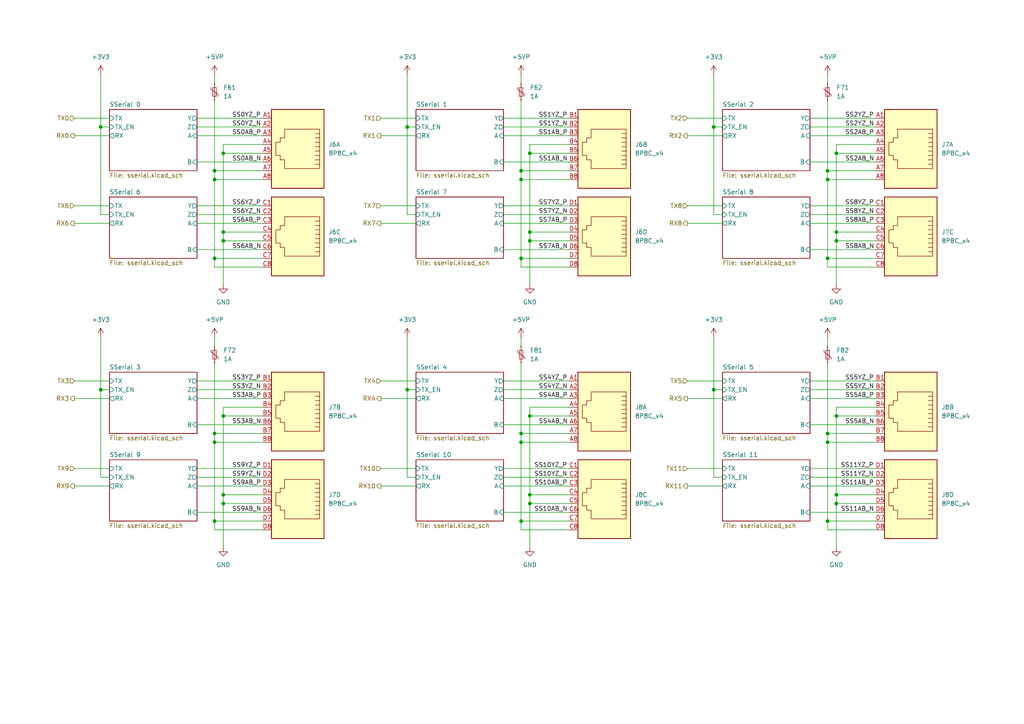
<source format=kicad_sch>
(kicad_sch (version 20250114) (generator "eeschema") (generator_version "9.0")
  (paper "A4")
  (lib_symbols
    (symbol "Device:Polyfuse_Small" (pin_numbers (hide yes)) (pin_names (offset 0))
      (property "Reference" "F" (at -1.905 0 90))
      (property "Value" "Polyfuse_Small" (at 1.905 0 90))
      (symbol "Polyfuse_Small_0_1"
        (polyline (pts (xy -1.016 1.27) (xy -1.016 0.762) (xy 1.016 -0.762) (xy 1.016 -1.27)))
        (rectangle (start -0.508 1.27) (end 0.508 -1.27))
        (polyline (pts (xy 0 2.54) (xy 0 -2.54)))
      )
      (symbol "Polyfuse_Small_1_1"
        (pin passive line (at 0 2.54 270) (length 0.635) (name "~") (number "1"))
        (pin passive line (at 0 -2.54 90) (length 0.635) (name "~") (number "2"))
      )
    )
    (symbol "power:+3V3" (power) (pin_numbers (hide yes)) (pin_names (offset 0) (hide yes))
      (property "Value" "+3V3" (at 0 3.556 0))
      (symbol "+3V3_0_1"
        (polyline (pts (xy -0.762 1.27) (xy 0 2.54)))
        (polyline (pts (xy 0 2.54) (xy 0.762 1.27)))
        (polyline (pts (xy 0 0) (xy 0 2.54)))
      )
      (symbol "+3V3_1_1"
        (pin power_in line (at 0 0 90) (length 0) (name "~") (number "1"))
      )
    )
    (symbol "power:+5VP" (power) (pin_numbers (hide yes)) (pin_names (offset 0) (hide yes))
      (property "Value" "+5VP" (at 0 3.556 0))
      (symbol "+5VP_0_1"
        (polyline (pts (xy -0.762 1.27) (xy 0 2.54)))
        (polyline (pts (xy 0 2.54) (xy 0.762 1.27)))
        (polyline (pts (xy 0 0) (xy 0 2.54)))
      )
      (symbol "+5VP_1_1"
        (pin power_in line (at 0 0 90) (length 0) (name "~") (number "1"))
      )
    )
    (symbol "power:GND" (power) (pin_numbers (hide yes)) (pin_names (offset 0) (hide yes))
      (property "Value" "GND" (at 0 -3.81 0))
      (symbol "GND_0_1"
        (polyline (pts (xy 0 0) (xy 0 -1.27) (xy 1.27 -1.27) (xy 0 -2.54) (xy -1.27 -1.27) (xy 0 -1.27)))
      )
      (symbol "GND_1_1"
        (pin power_in line (at 0 0 270) (length 0) (name "~") (number "1"))
      )
    )
    (symbol "stmbl-fpga-master:8P8C_x4"
      (property "Reference" "J" (at -5.08 13.97 0))
      (property "Value" "8P8C_x4" (at 1.27 13.97 0))
      (symbol "8P8C_x4_0_1"
        (rectangle (start -7.62 12.7) (end 7.62 -10.16) (stroke (width 0.254)) (fill (type background)))
        (polyline (pts (xy -6.35 1.905) (xy -5.08 1.905) (xy -5.08 1.905)))
        (polyline (pts (xy -6.35 0.635) (xy -5.08 0.635) (xy -5.08 0.635)))
        (polyline (pts (xy -6.35 -0.635) (xy -5.08 -0.635) (xy -5.08 -0.635)))
        (polyline (pts (xy -6.35 -1.905) (xy -5.08 -1.905) (xy -5.08 -1.905)))
        (polyline (pts (xy -6.35 -3.175) (xy -5.08 -3.175) (xy -5.08 -3.175)))
        (polyline (pts (xy -6.35 -4.445) (xy -6.35 6.985) (xy 3.81 6.985) (xy 3.81 4.445) (xy 5.08 4.445) (xy 5.08 3.175) (xy 6.35 3.175) (xy 6.35 -0.635) (xy 5.08 -0.635) (xy 5.08 -1.905) (xy 3.81 -1.905) (xy 3.81 -4.445) (xy -6.35 -4.445) (xy -6.35 -4.445)))
        (polyline (pts (xy -5.08 5.715) (xy -6.35 5.715)))
        (polyline (pts (xy -5.08 4.445) (xy -6.35 4.445)))
        (polyline (pts (xy -5.08 3.175) (xy -6.35 3.175) (xy -6.35 3.175)))
      )
      (symbol "8P8C_x4_1_1"
        (pin passive line (at 10.16 10.16 180) (length 2.54) (name "~") (number "A8"))
        (pin passive line (at 10.16 7.62 180) (length 2.54) (name "~") (number "A7"))
        (pin passive line (at 10.16 5.08 180) (length 2.54) (name "~") (number "A6"))
        (pin passive line (at 10.16 2.54 180) (length 2.54) (name "~") (number "A5"))
        (pin passive line (at 10.16 0 180) (length 2.54) (name "~") (number "A4"))
        (pin passive line (at 10.16 -2.54 180) (length 2.54) (name "~") (number "A3"))
        (pin passive line (at 10.16 -5.08 180) (length 2.54) (name "~") (number "A2"))
        (pin passive line (at 10.16 -7.62 180) (length 2.54) (name "~") (number "A1"))
      )
      (symbol "8P8C_x4_2_1"
        (pin passive line (at 10.16 10.16 180) (length 2.54) (name "~") (number "B8"))
        (pin passive line (at 10.16 7.62 180) (length 2.54) (name "~") (number "B7"))
        (pin passive line (at 10.16 5.08 180) (length 2.54) (name "~") (number "B6"))
        (pin passive line (at 10.16 2.54 180) (length 2.54) (name "~") (number "B5"))
        (pin passive line (at 10.16 0 180) (length 2.54) (name "~") (number "B4"))
        (pin passive line (at 10.16 -2.54 180) (length 2.54) (name "~") (number "B3"))
        (pin passive line (at 10.16 -5.08 180) (length 2.54) (name "~") (number "B2"))
        (pin passive line (at 10.16 -7.62 180) (length 2.54) (name "~") (number "B1"))
      )
      (symbol "8P8C_x4_3_1"
        (pin passive line (at 10.16 10.16 180) (length 2.54) (name "~") (number "C8"))
        (pin passive line (at 10.16 7.62 180) (length 2.54) (name "~") (number "C7"))
        (pin passive line (at 10.16 5.08 180) (length 2.54) (name "~") (number "C6"))
        (pin passive line (at 10.16 2.54 180) (length 2.54) (name "~") (number "C5"))
        (pin passive line (at 10.16 0 180) (length 2.54) (name "~") (number "C4"))
        (pin passive line (at 10.16 -2.54 180) (length 2.54) (name "~") (number "C3"))
        (pin passive line (at 10.16 -5.08 180) (length 2.54) (name "~") (number "C2"))
        (pin passive line (at 10.16 -7.62 180) (length 2.54) (name "~") (number "C1"))
      )
      (symbol "8P8C_x4_4_1"
        (pin passive line (at 10.16 10.16 180) (length 2.54) (name "~") (number "D8"))
        (pin passive line (at 10.16 7.62 180) (length 2.54) (name "~") (number "D7"))
        (pin passive line (at 10.16 5.08 180) (length 2.54) (name "~") (number "D6"))
        (pin passive line (at 10.16 2.54 180) (length 2.54) (name "~") (number "D5"))
        (pin passive line (at 10.16 0 180) (length 2.54) (name "~") (number "D4"))
        (pin passive line (at 10.16 -2.54 180) (length 2.54) (name "~") (number "D3"))
        (pin passive line (at 10.16 -5.08 180) (length 2.54) (name "~") (number "D2"))
        (pin passive line (at 10.16 -7.62 180) (length 2.54) (name "~") (number "D1"))
      )
    )
  )
  (junction (at 64.77 69.85))
  (junction (at 242.57 67.31))
  (junction (at 62.23 49.53))
  (junction (at 62.23 74.93))
  (junction (at 151.13 151.13))
  (junction (at 151.13 125.73))
  (junction (at 153.67 69.85))
  (junction (at 64.77 44.45))
  (junction (at 151.13 52.07))
  (junction (at 153.67 120.65))
  (junction (at 62.23 151.13))
  (junction (at 64.77 146.05))
  (junction (at 242.57 143.51))
  (junction (at 64.77 67.31))
  (junction (at 29.21 113.03))
  (junction (at 153.67 143.51))
  (junction (at 240.03 52.07))
  (junction (at 153.67 44.45))
  (junction (at 64.77 143.51))
  (junction (at 29.21 36.83))
  (junction (at 151.13 49.53))
  (junction (at 62.23 125.73))
  (junction (at 242.57 120.65))
  (junction (at 151.13 128.27))
  (junction (at 153.67 146.05))
  (junction (at 153.67 67.31))
  (junction (at 240.03 74.93))
  (junction (at 207.01 36.83))
  (junction (at 240.03 49.53))
  (junction (at 64.77 120.65))
  (junction (at 118.11 113.03))
  (junction (at 207.01 113.03))
  (junction (at 242.57 44.45))
  (junction (at 242.57 146.05))
  (junction (at 240.03 128.27))
  (junction (at 240.03 151.13))
  (junction (at 242.57 69.85))
  (junction (at 151.13 74.93))
  (junction (at 118.11 36.83))
  (junction (at 62.23 52.07))
  (junction (at 62.23 128.27))
  (junction (at 240.03 125.73))
  (wire (pts (xy 29.21 62.23) (xy 29.21 36.83)))
  (wire (pts (xy 199.39 140.97) (xy 209.55 140.97)))
  (wire (pts (xy 153.67 41.91) (xy 153.67 44.45)))
  (wire (pts (xy 234.95 138.43) (xy 254 138.43)))
  (wire (pts (xy 21.59 110.49) (xy 31.75 110.49)))
  (wire (pts (xy 146.05 62.23) (xy 165.1 62.23)))
  (wire (pts (xy 62.23 21.59) (xy 62.23 24.13)))
  (wire (pts (xy 62.23 128.27) (xy 62.23 125.73)))
  (wire (pts (xy 254 128.27) (xy 240.03 128.27)))
  (wire (pts (xy 120.65 138.43) (xy 118.11 138.43)))
  (wire (pts (xy 207.01 113.03) (xy 209.55 113.03)))
  (wire (pts (xy 76.2 128.27) (xy 62.23 128.27)))
  (wire (pts (xy 62.23 97.79) (xy 62.23 100.33)))
  (wire (pts (xy 234.95 36.83) (xy 254 36.83)))
  (wire (pts (xy 57.15 110.49) (xy 76.2 110.49)))
  (wire (pts (xy 242.57 67.31) (xy 242.57 69.85)))
  (wire (pts (xy 207.01 97.79) (xy 207.01 113.03)))
  (wire (pts (xy 153.67 44.45) (xy 165.1 44.45)))
  (wire (pts (xy 254 77.47) (xy 240.03 77.47)))
  (wire (pts (xy 151.13 105.41) (xy 151.13 125.73)))
  (wire (pts (xy 234.95 115.57) (xy 254 115.57)))
  (wire (pts (xy 242.57 120.65) (xy 254 120.65)))
  (wire (pts (xy 234.95 59.69) (xy 254 59.69)))
  (wire (pts (xy 151.13 151.13) (xy 165.1 151.13)))
  (wire (pts (xy 240.03 105.41) (xy 240.03 125.73)))
  (wire (pts (xy 64.77 143.51) (xy 64.77 146.05)))
  (wire (pts (xy 240.03 128.27) (xy 240.03 151.13)))
  (wire (pts (xy 242.57 146.05) (xy 254 146.05)))
  (wire (pts (xy 21.59 34.29) (xy 31.75 34.29)))
  (wire (pts (xy 57.15 36.83) (xy 76.2 36.83)))
  (wire (pts (xy 110.49 34.29) (xy 120.65 34.29)))
  (wire (pts (xy 199.39 110.49) (xy 209.55 110.49)))
  (wire (pts (xy 57.15 138.43) (xy 76.2 138.43)))
  (wire (pts (xy 118.11 113.03) (xy 120.65 113.03)))
  (wire (pts (xy 120.65 62.23) (xy 118.11 62.23)))
  (wire (pts (xy 199.39 39.37) (xy 209.55 39.37)))
  (wire (pts (xy 153.67 143.51) (xy 165.1 143.51)))
  (wire (pts (xy 234.95 62.23) (xy 254 62.23)))
  (wire (pts (xy 146.05 72.39) (xy 165.1 72.39)))
  (wire (pts (xy 64.77 69.85) (xy 76.2 69.85)))
  (wire (pts (xy 57.15 140.97) (xy 76.2 140.97)))
  (wire (pts (xy 234.95 113.03) (xy 254 113.03)))
  (wire (pts (xy 234.95 46.99) (xy 254 46.99)))
  (wire (pts (xy 64.77 118.11) (xy 64.77 120.65)))
  (wire (pts (xy 165.1 128.27) (xy 151.13 128.27)))
  (wire (pts (xy 110.49 140.97) (xy 120.65 140.97)))
  (wire (pts (xy 254 41.91) (xy 242.57 41.91)))
  (wire (pts (xy 57.15 113.03) (xy 76.2 113.03)))
  (wire (pts (xy 21.59 59.69) (xy 31.75 59.69)))
  (wire (pts (xy 151.13 128.27) (xy 151.13 151.13)))
  (wire (pts (xy 62.23 125.73) (xy 76.2 125.73)))
  (wire (pts (xy 165.1 41.91) (xy 153.67 41.91)))
  (wire (pts (xy 29.21 113.03) (xy 31.75 113.03)))
  (wire (pts (xy 242.57 143.51) (xy 242.57 146.05)))
  (wire (pts (xy 21.59 64.77) (xy 31.75 64.77)))
  (wire (pts (xy 240.03 74.93) (xy 254 74.93)))
  (wire (pts (xy 118.11 36.83) (xy 120.65 36.83)))
  (wire (pts (xy 21.59 115.57) (xy 31.75 115.57)))
  (wire (pts (xy 242.57 69.85) (xy 242.57 82.55)))
  (wire (pts (xy 146.05 123.19) (xy 165.1 123.19)))
  (wire (pts (xy 151.13 151.13) (xy 151.13 153.67)))
  (wire (pts (xy 64.77 67.31) (xy 76.2 67.31)))
  (wire (pts (xy 29.21 138.43) (xy 29.21 113.03)))
  (wire (pts (xy 199.39 59.69) (xy 209.55 59.69)))
  (wire (pts (xy 242.57 143.51) (xy 254 143.51)))
  (wire (pts (xy 76.2 118.11) (xy 64.77 118.11)))
  (wire (pts (xy 209.55 62.23) (xy 207.01 62.23)))
  (wire (pts (xy 153.67 146.05) (xy 153.67 158.75)))
  (wire (pts (xy 146.05 115.57) (xy 165.1 115.57)))
  (wire (pts (xy 153.67 44.45) (xy 153.67 67.31)))
  (wire (pts (xy 240.03 128.27) (xy 240.03 125.73)))
  (wire (pts (xy 165.1 118.11) (xy 153.67 118.11)))
  (wire (pts (xy 240.03 52.07) (xy 240.03 74.93)))
  (wire (pts (xy 57.15 59.69) (xy 76.2 59.69)))
  (wire (pts (xy 76.2 153.67) (xy 62.23 153.67)))
  (wire (pts (xy 62.23 105.41) (xy 62.23 125.73)))
  (wire (pts (xy 240.03 125.73) (xy 254 125.73)))
  (wire (pts (xy 242.57 120.65) (xy 242.57 143.51)))
  (wire (pts (xy 151.13 29.21) (xy 151.13 49.53)))
  (wire (pts (xy 146.05 39.37) (xy 165.1 39.37)))
  (wire (pts (xy 234.95 72.39) (xy 254 72.39)))
  (wire (pts (xy 57.15 115.57) (xy 76.2 115.57)))
  (wire (pts (xy 151.13 128.27) (xy 151.13 125.73)))
  (wire (pts (xy 64.77 146.05) (xy 76.2 146.05)))
  (wire (pts (xy 64.77 44.45) (xy 64.77 67.31)))
  (wire (pts (xy 57.15 135.89) (xy 76.2 135.89)))
  (wire (pts (xy 254 52.07) (xy 240.03 52.07)))
  (wire (pts (xy 62.23 52.07) (xy 62.23 74.93)))
  (wire (pts (xy 21.59 140.97) (xy 31.75 140.97)))
  (wire (pts (xy 234.95 64.77) (xy 254 64.77)))
  (wire (pts (xy 234.95 140.97) (xy 254 140.97)))
  (wire (pts (xy 242.57 41.91) (xy 242.57 44.45)))
  (wire (pts (xy 209.55 138.43) (xy 207.01 138.43)))
  (wire (pts (xy 242.57 44.45) (xy 254 44.45)))
  (wire (pts (xy 151.13 52.07) (xy 151.13 74.93)))
  (wire (pts (xy 146.05 59.69) (xy 165.1 59.69)))
  (wire (pts (xy 62.23 151.13) (xy 76.2 151.13)))
  (wire (pts (xy 240.03 151.13) (xy 240.03 153.67)))
  (wire (pts (xy 153.67 67.31) (xy 153.67 69.85)))
  (wire (pts (xy 234.95 148.59) (xy 254 148.59)))
  (wire (pts (xy 234.95 34.29) (xy 254 34.29)))
  (wire (pts (xy 57.15 123.19) (xy 76.2 123.19)))
  (wire (pts (xy 62.23 151.13) (xy 62.23 153.67)))
  (wire (pts (xy 240.03 49.53) (xy 254 49.53)))
  (wire (pts (xy 146.05 135.89) (xy 165.1 135.89)))
  (wire (pts (xy 199.39 64.77) (xy 209.55 64.77)))
  (wire (pts (xy 57.15 39.37) (xy 76.2 39.37)))
  (wire (pts (xy 57.15 62.23) (xy 76.2 62.23)))
  (wire (pts (xy 29.21 36.83) (xy 31.75 36.83)))
  (wire (pts (xy 64.77 67.31) (xy 64.77 69.85)))
  (wire (pts (xy 146.05 36.83) (xy 165.1 36.83)))
  (wire (pts (xy 31.75 62.23) (xy 29.21 62.23)))
  (wire (pts (xy 64.77 146.05) (xy 64.77 158.75)))
  (wire (pts (xy 207.01 62.23) (xy 207.01 36.83)))
  (wire (pts (xy 31.75 138.43) (xy 29.21 138.43)))
  (wire (pts (xy 165.1 153.67) (xy 151.13 153.67)))
  (wire (pts (xy 199.39 34.29) (xy 209.55 34.29)))
  (wire (pts (xy 64.77 69.85) (xy 64.77 82.55)))
  (wire (pts (xy 62.23 74.93) (xy 62.23 77.47)))
  (wire (pts (xy 62.23 128.27) (xy 62.23 151.13)))
  (wire (pts (xy 64.77 120.65) (xy 76.2 120.65)))
  (wire (pts (xy 165.1 77.47) (xy 151.13 77.47)))
  (wire (pts (xy 240.03 74.93) (xy 240.03 77.47)))
  (wire (pts (xy 146.05 138.43) (xy 165.1 138.43)))
  (wire (pts (xy 234.95 123.19) (xy 254 123.19)))
  (wire (pts (xy 151.13 49.53) (xy 165.1 49.53)))
  (wire (pts (xy 110.49 135.89) (xy 120.65 135.89)))
  (wire (pts (xy 62.23 74.93) (xy 76.2 74.93)))
  (wire (pts (xy 151.13 97.79) (xy 151.13 100.33)))
  (wire (pts (xy 234.95 110.49) (xy 254 110.49)))
  (wire (pts (xy 199.39 115.57) (xy 209.55 115.57)))
  (wire (pts (xy 110.49 64.77) (xy 120.65 64.77)))
  (wire (pts (xy 64.77 143.51) (xy 76.2 143.51)))
  (wire (pts (xy 207.01 21.59) (xy 207.01 36.83)))
  (wire (pts (xy 153.67 67.31) (xy 165.1 67.31)))
  (wire (pts (xy 254 153.67) (xy 240.03 153.67)))
  (wire (pts (xy 153.67 69.85) (xy 165.1 69.85)))
  (wire (pts (xy 57.15 34.29) (xy 76.2 34.29)))
  (wire (pts (xy 242.57 146.05) (xy 242.57 158.75)))
  (wire (pts (xy 207.01 36.83) (xy 209.55 36.83)))
  (wire (pts (xy 118.11 138.43) (xy 118.11 113.03)))
  (wire (pts (xy 76.2 77.47) (xy 62.23 77.47)))
  (wire (pts (xy 110.49 39.37) (xy 120.65 39.37)))
  (wire (pts (xy 64.77 44.45) (xy 76.2 44.45)))
  (wire (pts (xy 151.13 21.59) (xy 151.13 24.13)))
  (wire (pts (xy 110.49 110.49) (xy 120.65 110.49)))
  (wire (pts (xy 118.11 97.79) (xy 118.11 113.03)))
  (wire (pts (xy 240.03 21.59) (xy 240.03 24.13)))
  (wire (pts (xy 240.03 97.79) (xy 240.03 100.33)))
  (wire (pts (xy 62.23 49.53) (xy 76.2 49.53)))
  (wire (pts (xy 254 118.11) (xy 242.57 118.11)))
  (wire (pts (xy 199.39 135.89) (xy 209.55 135.89)))
  (wire (pts (xy 57.15 64.77) (xy 76.2 64.77)))
  (wire (pts (xy 153.67 146.05) (xy 165.1 146.05)))
  (wire (pts (xy 118.11 21.59) (xy 118.11 36.83)))
  (wire (pts (xy 153.67 120.65) (xy 165.1 120.65)))
  (wire (pts (xy 234.95 135.89) (xy 254 135.89)))
  (wire (pts (xy 240.03 151.13) (xy 254 151.13)))
  (wire (pts (xy 76.2 52.07) (xy 62.23 52.07)))
  (wire (pts (xy 57.15 46.99) (xy 76.2 46.99)))
  (wire (pts (xy 234.95 39.37) (xy 254 39.37)))
  (wire (pts (xy 21.59 135.89) (xy 31.75 135.89)))
  (wire (pts (xy 207.01 138.43) (xy 207.01 113.03)))
  (wire (pts (xy 146.05 110.49) (xy 165.1 110.49)))
  (wire (pts (xy 146.05 113.03) (xy 165.1 113.03)))
  (wire (pts (xy 21.59 39.37) (xy 31.75 39.37)))
  (wire (pts (xy 146.05 64.77) (xy 165.1 64.77)))
  (wire (pts (xy 64.77 41.91) (xy 64.77 44.45)))
  (wire (pts (xy 151.13 125.73) (xy 165.1 125.73)))
  (wire (pts (xy 57.15 148.59) (xy 76.2 148.59)))
  (wire (pts (xy 62.23 29.21) (xy 62.23 49.53)))
  (wire (pts (xy 153.67 118.11) (xy 153.67 120.65)))
  (wire (pts (xy 240.03 29.21) (xy 240.03 49.53)))
  (wire (pts (xy 110.49 59.69) (xy 120.65 59.69)))
  (wire (pts (xy 29.21 97.79) (xy 29.21 113.03)))
  (wire (pts (xy 153.67 120.65) (xy 153.67 143.51)))
  (wire (pts (xy 64.77 120.65) (xy 64.77 143.51)))
  (wire (pts (xy 242.57 118.11) (xy 242.57 120.65)))
  (wire (pts (xy 62.23 52.07) (xy 62.23 49.53)))
  (wire (pts (xy 165.1 52.07) (xy 151.13 52.07)))
  (wire (pts (xy 242.57 44.45) (xy 242.57 67.31)))
  (wire (pts (xy 57.15 72.39) (xy 76.2 72.39)))
  (wire (pts (xy 146.05 34.29) (xy 165.1 34.29)))
  (wire (pts (xy 153.67 69.85) (xy 153.67 82.55)))
  (wire (pts (xy 29.21 21.59) (xy 29.21 36.83)))
  (wire (pts (xy 153.67 143.51) (xy 153.67 146.05)))
  (wire (pts (xy 151.13 74.93) (xy 151.13 77.47)))
  (wire (pts (xy 242.57 67.31) (xy 254 67.31)))
  (wire (pts (xy 110.49 115.57) (xy 120.65 115.57)))
  (wire (pts (xy 76.2 41.91) (xy 64.77 41.91)))
  (wire (pts (xy 146.05 148.59) (xy 165.1 148.59)))
  (wire (pts (xy 118.11 62.23) (xy 118.11 36.83)))
  (wire (pts (xy 151.13 52.07) (xy 151.13 49.53)))
  (wire (pts (xy 146.05 46.99) (xy 165.1 46.99)))
  (wire (pts (xy 146.05 140.97) (xy 165.1 140.97)))
  (wire (pts (xy 151.13 74.93) (xy 165.1 74.93)))
  (wire (pts (xy 240.03 52.07) (xy 240.03 49.53)))
  (wire (pts (xy 242.57 69.85) (xy 254 69.85)))
  (label "SS9AB_P" (at 67.31 140.97 0))
  (label "SS0YZ_P" (at 67.31 34.29 0))
  (label "SS5YZ_P" (at 245.11 110.49 0))
  (label "SS9YZ_P" (at 67.31 135.89 0))
  (label "SS10YZ_P" (at 154.94 135.89 0))
  (label "SS7AB_P" (at 156.21 64.77 0))
  (label "SS3AB_P" (at 67.31 115.57 0))
  (label "SS7AB_N" (at 156.21 72.39 0))
  (label "SS1AB_P" (at 156.21 39.37 0))
  (label "SS7YZ_P" (at 156.21 59.69 0))
  (label "SS8AB_P" (at 245.11 64.77 0))
  (label "SS8YZ_P" (at 245.11 59.69 0))
  (label "SS11AB_P" (at 243.84 140.97 0))
  (label "SS8YZ_N" (at 245.11 62.23 0))
  (label "SS0AB_P" (at 67.31 39.37 0))
  (label "SS4YZ_P" (at 156.21 110.49 0))
  (label "SS9AB_N" (at 67.31 148.59 0))
  (label "SS2AB_P" (at 245.11 39.37 0))
  (label "SS5AB_N" (at 245.11 123.19 0))
  (label "SS10YZ_N" (at 154.94 138.43 0))
  (label "SS10AB_N" (at 154.94 148.59 0))
  (label "SS11AB_N" (at 243.84 148.59 0))
  (label "SS6AB_P" (at 67.31 64.77 0))
  (label "SS5AB_P" (at 245.11 115.57 0))
  (label "SS8AB_N" (at 245.11 72.39 0))
  (label "SS11YZ_P" (at 243.84 135.89 0))
  (label "SS6YZ_P" (at 67.31 59.69 0))
  (label "SS6YZ_N" (at 67.31 62.23 0))
  (label "SS11YZ_N" (at 243.84 138.43 0))
  (label "SS5YZ_N" (at 245.11 113.03 0))
  (label "SS3AB_N" (at 67.31 123.19 0))
  (label "SS0AB_N" (at 67.31 46.99 0))
  (label "SS10AB_P" (at 154.94 140.97 0))
  (label "SS2YZ_N" (at 245.11 36.83 0))
  (label "SS2YZ_P" (at 245.11 34.29 0))
  (label "SS7YZ_N" (at 156.21 62.23 0))
  (label "SS4AB_N" (at 156.21 123.19 0))
  (label "SS3YZ_P" (at 67.31 110.49 0))
  (label "SS1YZ_P" (at 156.21 34.29 0))
  (label "SS4YZ_N" (at 156.21 113.03 0))
  (label "SS1AB_N" (at 156.21 46.99 0))
  (label "SS9YZ_N" (at 67.31 138.43 0))
  (label "SS6AB_N" (at 67.31 72.39 0))
  (label "SS0YZ_N" (at 67.31 36.83 0))
  (label "SS3YZ_N" (at 67.31 113.03 0))
  (label "SS1YZ_N" (at 156.21 36.83 0))
  (label "SS2AB_N" (at 245.11 46.99 0))
  (label "SS4AB_P" (at 156.21 115.57 0))
  (hierarchical_label "TX1" (shape input) (at 110.49 34.29 180))
  (hierarchical_label "RX8" (shape output) (at 199.39 64.77 180))
  (hierarchical_label "TX3" (shape input) (at 21.59 110.49 180))
  (hierarchical_label "RX3" (shape output) (at 21.59 115.57 180))
  (hierarchical_label "TX9" (shape input) (at 21.59 135.89 180))
  (hierarchical_label "RX5" (shape output) (at 199.39 115.57 180))
  (hierarchical_label "TX10" (shape input) (at 110.49 135.89 180))
  (hierarchical_label "RX4" (shape output) (at 110.49 115.57 180))
  (hierarchical_label "RX11" (shape output) (at 199.39 140.97 180))
  (hierarchical_label "TX4" (shape input) (at 110.49 110.49 180))
  (hierarchical_label "RX1" (shape output) (at 110.49 39.37 180))
  (hierarchical_label "TX7" (shape input) (at 110.49 59.69 180))
  (hierarchical_label "RX6" (shape output) (at 21.59 64.77 180))
  (hierarchical_label "TX8" (shape input) (at 199.39 59.69 180))
  (hierarchical_label "TX0" (shape input) (at 21.59 34.29 180))
  (hierarchical_label "TX6" (shape input) (at 21.59 59.69 180))
  (hierarchical_label "RX2" (shape output) (at 199.39 39.37 180))
  (hierarchical_label "RX0" (shape output) (at 21.59 39.37 180))
  (hierarchical_label "RX7" (shape output) (at 110.49 64.77 180))
  (hierarchical_label "RX10" (shape output) (at 110.49 140.97 180))
  (hierarchical_label "TX2" (shape input) (at 199.39 34.29 180))
  (hierarchical_label "RX9" (shape output) (at 21.59 140.97 180))
  (hierarchical_label "TX11" (shape input) (at 199.39 135.89 180))
  (hierarchical_label "TX5" (shape input) (at 199.39 110.49 180))
  (symbol (lib_id "power:+3V3") (at 207.01 21.59 0) (unit 1)
    (property "Reference" "#PWR0819" (effects (hide yes)))
    (property "Value" "+3V3" (at 207.01 16.51 0))
    (property "Description" "Power symbol creates a global label with name \"+3V3\"" (effects (hide yes)))
  )
  (symbol (lib_id "power:+3V3") (at 118.11 97.79 0) (unit 1)
    (property "Reference" "#PWR0814" (effects (hide yes)))
    (property "Value" "+3V3" (at 118.11 92.71 0))
    (property "Description" "Power symbol creates a global label with name \"+3V3\"" (effects (hide yes)))
  )
  (symbol (lib_id "stmbl-fpga-master:8P8C_x4") (at 86.36 118.11 180) (unit 2)
    (property "Reference" "J7" (at 95.25 118.1099 0) (effects (justify right)))
    (property "Value" "8P8C_x4" (at 95.25 120.6499 0) (effects (justify right)))
    (property "Footprint" "stmbl-fpga-master:MJ5988-B022-HPRN1" (effects (hide yes)))
    (property "Description" "RJ connector, 8P8C (8 positions 8 connected), RJ45, four ports" (effects (hide yes)))
  )
  (symbol (lib_id "Device:Polyfuse_Small") (at 62.23 102.87 0) (unit 1)
    (property "Reference" "F72" (at 64.77 101.5999 0) (effects (justify left)))
    (property "Value" "1A" (at 64.77 104.1399 0) (effects (justify left)))
    (property "Footprint" "Fuse:Fuse_1206_3216Metric" (effects (hide yes)))
    (property "Description" "Resettable fuse, polymeric positive temperature coefficient, small symbol" (effects (hide yes)))
  )
  (symbol (lib_id "Device:Polyfuse_Small") (at 240.03 102.87 0) (unit 1)
    (property "Reference" "F82" (at 242.57 101.5999 0) (effects (justify left)))
    (property "Value" "1A" (at 242.57 104.1399 0) (effects (justify left)))
    (property "Footprint" "Fuse:Fuse_1206_3216Metric" (effects (hide yes)))
    (property "Description" "Resettable fuse, polymeric positive temperature coefficient, small symbol" (effects (hide yes)))
  )
  (symbol (lib_id "power:GND") (at 64.77 82.55 0) (unit 1)
    (property "Reference" "#PWR0811" (effects (hide yes)))
    (property "Value" "GND" (at 64.77 87.63 0))
    (property "Description" "Power symbol creates a global label with name \"GND\" , ground" (effects (hide yes)))
  )
  (symbol (lib_id "power:+5VP") (at 62.23 97.79 0) (unit 1)
    (property "Reference" "#PWR0810" (effects (hide yes)))
    (property "Value" "+5VP" (at 62.23 92.71 0))
    (property "Description" "Power symbol creates a global label with name \"+5VP\"" (effects (hide yes)))
  )
  (symbol (lib_id "Device:Polyfuse_Small") (at 151.13 26.67 0) (unit 1)
    (property "Reference" "F62" (at 153.67 25.3999 0) (effects (justify left)))
    (property "Value" "1A" (at 153.67 27.9399 0) (effects (justify left)))
    (property "Footprint" "Fuse:Fuse_1206_3216Metric" (effects (hide yes)))
    (property "Description" "Resettable fuse, polymeric positive temperature coefficient, small symbol" (effects (hide yes)))
  )
  (symbol (lib_id "stmbl-fpga-master:8P8C_x4") (at 175.26 41.91 180) (unit 2)
    (property "Reference" "J6" (at 184.15 41.9099 0) (effects (justify right)))
    (property "Value" "8P8C_x4" (at 184.15 44.4499 0) (effects (justify right)))
    (property "Footprint" "stmbl-fpga-master:MJ5988-B022-HPRN1" (effects (hide yes)))
    (property "Description" "RJ connector, 8P8C (8 positions 8 connected), RJ45, four ports" (effects (hide yes)))
  )
  (symbol (lib_id "Device:Polyfuse_Small") (at 240.03 26.67 0) (unit 1)
    (property "Reference" "F71" (at 242.57 25.3999 0) (effects (justify left)))
    (property "Value" "1A" (at 242.57 27.9399 0) (effects (justify left)))
    (property "Footprint" "Fuse:Fuse_1206_3216Metric" (effects (hide yes)))
    (property "Description" "Resettable fuse, polymeric positive temperature coefficient, small symbol" (effects (hide yes)))
  )
  (symbol (lib_id "Device:Polyfuse_Small") (at 62.23 26.67 0) (unit 1)
    (property "Reference" "F61" (at 64.77 25.3999 0) (effects (justify left)))
    (property "Value" "1A" (at 64.77 27.9399 0) (effects (justify left)))
    (property "Footprint" "Fuse:Fuse_1206_3216Metric" (effects (hide yes)))
    (property "Description" "Resettable fuse, polymeric positive temperature coefficient, small symbol" (effects (hide yes)))
  )
  (symbol (lib_id "stmbl-fpga-master:8P8C_x4") (at 264.16 67.31 180) (unit 3)
    (property "Reference" "J7" (at 273.05 67.3099 0) (effects (justify right)))
    (property "Value" "8P8C_x4" (at 273.05 69.8499 0) (effects (justify right)))
    (property "Footprint" "stmbl-fpga-master:MJ5988-B022-HPRN1" (effects (hide yes)))
    (property "Description" "RJ connector, 8P8C (8 positions 8 connected), RJ45, four ports" (effects (hide yes)))
  )
  (symbol (lib_id "stmbl-fpga-master:8P8C_x4") (at 86.36 67.31 180) (unit 3)
    (property "Reference" "J6" (at 95.25 67.3099 0) (effects (justify right)))
    (property "Value" "8P8C_x4" (at 95.25 69.8499 0) (effects (justify right)))
    (property "Footprint" "stmbl-fpga-master:MJ5988-B022-HPRN1" (effects (hide yes)))
    (property "Description" "RJ connector, 8P8C (8 positions 8 connected), RJ45, four ports" (effects (hide yes)))
  )
  (symbol (lib_id "stmbl-fpga-master:8P8C_x4") (at 264.16 41.91 180) (unit 1)
    (property "Reference" "J7" (at 273.05 41.9099 0) (effects (justify right)))
    (property "Value" "8P8C_x4" (at 273.05 44.4499 0) (effects (justify right)))
    (property "Footprint" "stmbl-fpga-master:MJ5988-B022-HPRN1" (effects (hide yes)))
    (property "Description" "RJ connector, 8P8C (8 positions 8 connected), RJ45, four ports" (effects (hide yes)))
  )
  (symbol (lib_id "stmbl-fpga-master:8P8C_x4") (at 86.36 41.91 180) (unit 1)
    (property "Reference" "J6" (at 95.25 41.9099 0) (effects (justify right)))
    (property "Value" "8P8C_x4" (at 95.25 44.4499 0) (effects (justify right)))
    (property "Footprint" "stmbl-fpga-master:MJ5988-B022-HPRN1" (effects (hide yes)))
    (property "Description" "RJ connector, 8P8C (8 positions 8 connected), RJ45, four ports" (effects (hide yes)))
  )
  (symbol (lib_id "stmbl-fpga-master:8P8C_x4") (at 86.36 143.51 180) (unit 4)
    (property "Reference" "J7" (at 95.25 143.5099 0) (effects (justify right)))
    (property "Value" "8P8C_x4" (at 95.25 146.0499 0) (effects (justify right)))
    (property "Footprint" "stmbl-fpga-master:MJ5988-B022-HPRN1" (effects (hide yes)))
    (property "Description" "RJ connector, 8P8C (8 positions 8 connected), RJ45, four ports" (effects (hide yes)))
  )
  (symbol (lib_id "power:+5VP") (at 62.23 21.59 0) (unit 1)
    (property "Reference" "#PWR0809" (effects (hide yes)))
    (property "Value" "+5VP" (at 62.23 16.51 0))
    (property "Description" "Power symbol creates a global label with name \"+5VP\"" (effects (hide yes)))
  )
  (symbol (lib_id "stmbl-fpga-master:8P8C_x4") (at 264.16 143.51 180) (unit 4)
    (property "Reference" "J8" (at 273.05 143.5099 0) (effects (justify right)))
    (property "Value" "8P8C_x4" (at 273.05 146.0499 0) (effects (justify right)))
    (property "Footprint" "stmbl-fpga-master:MJ5988-B022-HPRN1" (effects (hide yes)))
    (property "Description" "RJ connector, 8P8C (8 positions 8 connected), RJ45, four ports" (effects (hide yes)))
  )
  (symbol (lib_id "power:GND") (at 242.57 158.75 0) (unit 1)
    (property "Reference" "#PWR0824" (effects (hide yes)))
    (property "Value" "GND" (at 242.57 163.83 0))
    (property "Description" "Power symbol creates a global label with name \"GND\" , ground" (effects (hide yes)))
  )
  (symbol (lib_id "stmbl-fpga-master:8P8C_x4") (at 175.26 118.11 180) (unit 1)
    (property "Reference" "J8" (at 184.15 118.1099 0) (effects (justify right)))
    (property "Value" "8P8C_x4" (at 184.15 120.6499 0) (effects (justify right)))
    (property "Footprint" "stmbl-fpga-master:MJ5988-B022-HPRN1" (effects (hide yes)))
    (property "Description" "RJ connector, 8P8C (8 positions 8 connected), RJ45, four ports" (effects (hide yes)))
  )
  (symbol (lib_id "power:+5VP") (at 151.13 97.79 0) (unit 1)
    (property "Reference" "#PWR0816" (effects (hide yes)))
    (property "Value" "+5VP" (at 151.13 92.71 0))
    (property "Description" "Power symbol creates a global label with name \"+5VP\"" (effects (hide yes)))
  )
  (symbol (lib_id "Device:Polyfuse_Small") (at 151.13 102.87 0) (unit 1)
    (property "Reference" "F81" (at 153.67 101.5999 0) (effects (justify left)))
    (property "Value" "1A" (at 153.67 104.1399 0) (effects (justify left)))
    (property "Footprint" "Fuse:Fuse_1206_3216Metric" (effects (hide yes)))
    (property "Description" "Resettable fuse, polymeric positive temperature coefficient, small symbol" (effects (hide yes)))
  )
  (symbol (lib_id "power:GND") (at 64.77 158.75 0) (unit 1)
    (property "Reference" "#PWR0812" (effects (hide yes)))
    (property "Value" "GND" (at 64.77 163.83 0))
    (property "Description" "Power symbol creates a global label with name \"GND\" , ground" (effects (hide yes)))
  )
  (symbol (lib_id "power:+3V3") (at 29.21 21.59 0) (unit 1)
    (property "Reference" "#PWR0807" (effects (hide yes)))
    (property "Value" "+3V3" (at 29.21 16.51 0))
    (property "Description" "Power symbol creates a global label with name \"+3V3\"" (effects (hide yes)))
  )
  (symbol (lib_id "power:GND") (at 242.57 82.55 0) (unit 1)
    (property "Reference" "#PWR0823" (effects (hide yes)))
    (property "Value" "GND" (at 242.57 87.63 0))
    (property "Description" "Power symbol creates a global label with name \"GND\" , ground" (effects (hide yes)))
  )
  (symbol (lib_id "stmbl-fpga-master:8P8C_x4") (at 264.16 118.11 180) (unit 2)
    (property "Reference" "J8" (at 273.05 118.1099 0) (effects (justify right)))
    (property "Value" "8P8C_x4" (at 273.05 120.6499 0) (effects (justify right)))
    (property "Footprint" "stmbl-fpga-master:MJ5988-B022-HPRN1" (effects (hide yes)))
    (property "Description" "RJ connector, 8P8C (8 positions 8 connected), RJ45, four ports" (effects (hide yes)))
  )
  (symbol (lib_id "power:+3V3") (at 29.21 97.79 0) (unit 1)
    (property "Reference" "#PWR0808" (effects (hide yes)))
    (property "Value" "+3V3" (at 29.21 92.71 0))
    (property "Description" "Power symbol creates a global label with name \"+3V3\"" (effects (hide yes)))
  )
  (symbol (lib_id "power:GND") (at 153.67 158.75 0) (unit 1)
    (property "Reference" "#PWR0818" (effects (hide yes)))
    (property "Value" "GND" (at 153.67 163.83 0))
    (property "Description" "Power symbol creates a global label with name \"GND\" , ground" (effects (hide yes)))
  )
  (symbol (lib_id "power:+5VP") (at 240.03 21.59 0) (unit 1)
    (property "Reference" "#PWR0821" (effects (hide yes)))
    (property "Value" "+5VP" (at 240.03 16.51 0))
    (property "Description" "Power symbol creates a global label with name \"+5VP\"" (effects (hide yes)))
  )
  (symbol (lib_id "power:+5VP") (at 240.03 97.79 0) (unit 1)
    (property "Reference" "#PWR0822" (effects (hide yes)))
    (property "Value" "+5VP" (at 240.03 92.71 0))
    (property "Description" "Power symbol creates a global label with name \"+5VP\"" (effects (hide yes)))
  )
  (symbol (lib_id "power:+3V3") (at 207.01 97.79 0) (unit 1)
    (property "Reference" "#PWR0820" (effects (hide yes)))
    (property "Value" "+3V3" (at 207.01 92.71 0))
    (property "Description" "Power symbol creates a global label with name \"+3V3\"" (effects (hide yes)))
  )
  (symbol (lib_id "power:GND") (at 153.67 82.55 0) (unit 1)
    (property "Reference" "#PWR0817" (effects (hide yes)))
    (property "Value" "GND" (at 153.67 87.63 0))
    (property "Description" "Power symbol creates a global label with name \"GND\" , ground" (effects (hide yes)))
  )
  (symbol (lib_id "power:+5VP") (at 151.13 21.59 0) (unit 1)
    (property "Reference" "#PWR0815" (effects (hide yes)))
    (property "Value" "+5VP" (at 151.13 16.51 0))
    (property "Description" "Power symbol creates a global label with name \"+5VP\"" (effects (hide yes)))
  )
  (symbol (lib_id "power:+3V3") (at 118.11 21.59 0) (unit 1)
    (property "Reference" "#PWR0813" (effects (hide yes)))
    (property "Value" "+3V3" (at 118.11 16.51 0))
    (property "Description" "Power symbol creates a global label with name \"+3V3\"" (effects (hide yes)))
  )
  (symbol (lib_id "stmbl-fpga-master:8P8C_x4") (at 175.26 67.31 180) (unit 4)
    (property "Reference" "J6" (at 184.15 67.3099 0) (effects (justify right)))
    (property "Value" "8P8C_x4" (at 184.15 69.8499 0) (effects (justify right)))
    (property "Footprint" "stmbl-fpga-master:MJ5988-B022-HPRN1" (effects (hide yes)))
    (property "Description" "RJ connector, 8P8C (8 positions 8 connected), RJ45, four ports" (effects (hide yes)))
  )
  (symbol (lib_id "stmbl-fpga-master:8P8C_x4") (at 175.26 143.51 180) (unit 3)
    (property "Reference" "J8" (at 184.15 143.5099 0) (effects (justify right)))
    (property "Value" "8P8C_x4" (at 184.15 146.0499 0) (effects (justify right)))
    (property "Footprint" "stmbl-fpga-master:MJ5988-B022-HPRN1" (effects (hide yes)))
    (property "Description" "RJ connector, 8P8C (8 positions 8 connected), RJ45, four ports" (effects (hide yes)))
  )
  (sheet (at 31.75 57.15) (size 25.4 17.78) (stroke (width 0.1524))
    (property "Sheetname" "SSerial 6" (at 31.75 56.4384 0) (effects (justify left bottom)))
    (property "Sheetfile" "sserial.kicad_sch" (at 31.75 75.5146 0) (effects (justify left top)))
    (pin "A" input (at 57.15 64.77 0))
    (pin "B" input (at 57.15 72.39 0))
    (pin "RX" output (at 31.75 64.77 180))
    (pin "Y" output (at 57.15 59.69 0))
    (pin "Z" output (at 57.15 62.23 0))
    (pin "TX" input (at 31.75 59.69 180))
    (pin "TX_EN" input (at 31.75 62.23 180))
  )
  (sheet (at 209.55 133.35) (size 25.4 17.78) (stroke (width 0.1524))
    (property "Sheetname" "SSerial 11" (at 209.55 132.6384 0) (effects (justify left bottom)))
    (property "Sheetfile" "sserial.kicad_sch" (at 209.55 151.7146 0) (effects (justify left top)))
    (pin "A" input (at 234.95 140.97 0))
    (pin "B" input (at 234.95 148.59 0))
    (pin "RX" output (at 209.55 140.97 180))
    (pin "Y" output (at 234.95 135.89 0))
    (pin "Z" output (at 234.95 138.43 0))
    (pin "TX" input (at 209.55 135.89 180))
    (pin "TX_EN" input (at 209.55 138.43 180))
  )
  (sheet (at 31.75 133.35) (size 25.4 17.78) (stroke (width 0.1524))
    (property "Sheetname" "SSerial 9" (at 31.75 132.6384 0) (effects (justify left bottom)))
    (property "Sheetfile" "sserial.kicad_sch" (at 31.75 151.7146 0) (effects (justify left top)))
    (pin "A" input (at 57.15 140.97 0))
    (pin "B" input (at 57.15 148.59 0))
    (pin "RX" output (at 31.75 140.97 180))
    (pin "Y" output (at 57.15 135.89 0))
    (pin "Z" output (at 57.15 138.43 0))
    (pin "TX" input (at 31.75 135.89 180))
    (pin "TX_EN" input (at 31.75 138.43 180))
  )
  (sheet (at 120.65 107.95) (size 25.4 17.78) (stroke (width 0.1524))
    (property "Sheetname" "SSerial 4" (at 120.65 107.2384 0) (effects (justify left bottom)))
    (property "Sheetfile" "sserial.kicad_sch" (at 120.65 126.3146 0) (effects (justify left top)))
    (pin "A" input (at 146.05 115.57 0))
    (pin "B" input (at 146.05 123.19 0))
    (pin "RX" output (at 120.65 115.57 180))
    (pin "Y" output (at 146.05 110.49 0))
    (pin "Z" output (at 146.05 113.03 0))
    (pin "TX" input (at 120.65 110.49 180))
    (pin "TX_EN" input (at 120.65 113.03 180))
  )
  (sheet (at 209.55 57.15) (size 25.4 17.78) (stroke (width 0.1524))
    (property "Sheetname" "SSerial 8" (at 209.55 56.4384 0) (effects (justify left bottom)))
    (property "Sheetfile" "sserial.kicad_sch" (at 209.55 75.5146 0) (effects (justify left top)))
    (pin "A" input (at 234.95 64.77 0))
    (pin "B" input (at 234.95 72.39 0))
    (pin "RX" output (at 209.55 64.77 180))
    (pin "Y" output (at 234.95 59.69 0))
    (pin "Z" output (at 234.95 62.23 0))
    (pin "TX" input (at 209.55 59.69 180))
    (pin "TX_EN" input (at 209.55 62.23 180))
  )
  (sheet (at 31.75 31.75) (size 25.4 17.78) (stroke (width 0.1524))
    (property "Sheetname" "SSerial 0" (at 31.75 31.0384 0) (effects (justify left bottom)))
    (property "Sheetfile" "sserial.kicad_sch" (at 31.75 50.1146 0) (effects (justify left top)))
    (pin "A" input (at 57.15 39.37 0))
    (pin "B" input (at 57.15 46.99 0))
    (pin "RX" output (at 31.75 39.37 180))
    (pin "Y" output (at 57.15 34.29 0))
    (pin "Z" output (at 57.15 36.83 0))
    (pin "TX" input (at 31.75 34.29 180))
    (pin "TX_EN" input (at 31.75 36.83 180))
  )
  (sheet (at 209.55 107.95) (size 25.4 17.78) (stroke (width 0.1524))
    (property "Sheetname" "SSerial 5" (at 209.55 107.2384 0) (effects (justify left bottom)))
    (property "Sheetfile" "sserial.kicad_sch" (at 209.55 126.3146 0) (effects (justify left top)))
    (pin "A" input (at 234.95 115.57 0))
    (pin "B" input (at 234.95 123.19 0))
    (pin "RX" output (at 209.55 115.57 180))
    (pin "Y" output (at 234.95 110.49 0))
    (pin "Z" output (at 234.95 113.03 0))
    (pin "TX" input (at 209.55 110.49 180))
    (pin "TX_EN" input (at 209.55 113.03 180))
  )
  (sheet (at 120.65 31.75) (size 25.4 17.78) (stroke (width 0.1524))
    (property "Sheetname" "SSerial 1" (at 120.65 31.0384 0) (effects (justify left bottom)))
    (property "Sheetfile" "sserial.kicad_sch" (at 120.65 50.1146 0) (effects (justify left top)))
    (pin "A" input (at 146.05 39.37 0))
    (pin "B" input (at 146.05 46.99 0))
    (pin "RX" output (at 120.65 39.37 180))
    (pin "Y" output (at 146.05 34.29 0))
    (pin "Z" output (at 146.05 36.83 0))
    (pin "TX" input (at 120.65 34.29 180))
    (pin "TX_EN" input (at 120.65 36.83 180))
  )
  (sheet (at 120.65 133.35) (size 25.4 17.78) (stroke (width 0.1524))
    (property "Sheetname" "SSerial 10" (at 120.65 132.6384 0) (effects (justify left bottom)))
    (property "Sheetfile" "sserial.kicad_sch" (at 120.65 151.7146 0) (effects (justify left top)))
    (pin "A" input (at 146.05 140.97 0))
    (pin "B" input (at 146.05 148.59 0))
    (pin "RX" output (at 120.65 140.97 180))
    (pin "Y" output (at 146.05 135.89 0))
    (pin "Z" output (at 146.05 138.43 0))
    (pin "TX" input (at 120.65 135.89 180))
    (pin "TX_EN" input (at 120.65 138.43 180))
  )
  (sheet (at 120.65 57.15) (size 25.4 17.78) (stroke (width 0.1524))
    (property "Sheetname" "SSerial 7" (at 120.65 56.4384 0) (effects (justify left bottom)))
    (property "Sheetfile" "sserial.kicad_sch" (at 120.65 75.5146 0) (effects (justify left top)))
    (pin "A" input (at 146.05 64.77 0))
    (pin "B" input (at 146.05 72.39 0))
    (pin "RX" output (at 120.65 64.77 180))
    (pin "Y" output (at 146.05 59.69 0))
    (pin "Z" output (at 146.05 62.23 0))
    (pin "TX" input (at 120.65 59.69 180))
    (pin "TX_EN" input (at 120.65 62.23 180))
  )
  (sheet (at 209.55 31.75) (size 25.4 17.78) (stroke (width 0.1524))
    (property "Sheetname" "SSerial 2" (at 209.55 31.0384 0) (effects (justify left bottom)))
    (property "Sheetfile" "sserial.kicad_sch" (at 209.55 50.1146 0) (effects (justify left top)))
    (pin "A" input (at 234.95 39.37 0))
    (pin "B" input (at 234.95 46.99 0))
    (pin "RX" output (at 209.55 39.37 180))
    (pin "Y" output (at 234.95 34.29 0))
    (pin "Z" output (at 234.95 36.83 0))
    (pin "TX" input (at 209.55 34.29 180))
    (pin "TX_EN" input (at 209.55 36.83 180))
  )
  (sheet (at 31.75 107.95) (size 25.4 17.78) (stroke (width 0.1524))
    (property "Sheetname" "SSerial 3" (at 31.75 107.2384 0) (effects (justify left bottom)))
    (property "Sheetfile" "sserial.kicad_sch" (at 31.75 126.3146 0) (effects (justify left top)))
    (pin "A" input (at 57.15 115.57 0))
    (pin "B" input (at 57.15 123.19 0))
    (pin "RX" output (at 31.75 115.57 180))
    (pin "Y" output (at 57.15 110.49 0))
    (pin "Z" output (at 57.15 113.03 0))
    (pin "TX" input (at 31.75 110.49 180))
    (pin "TX_EN" input (at 31.75 113.03 180))
  )
)
</source>
